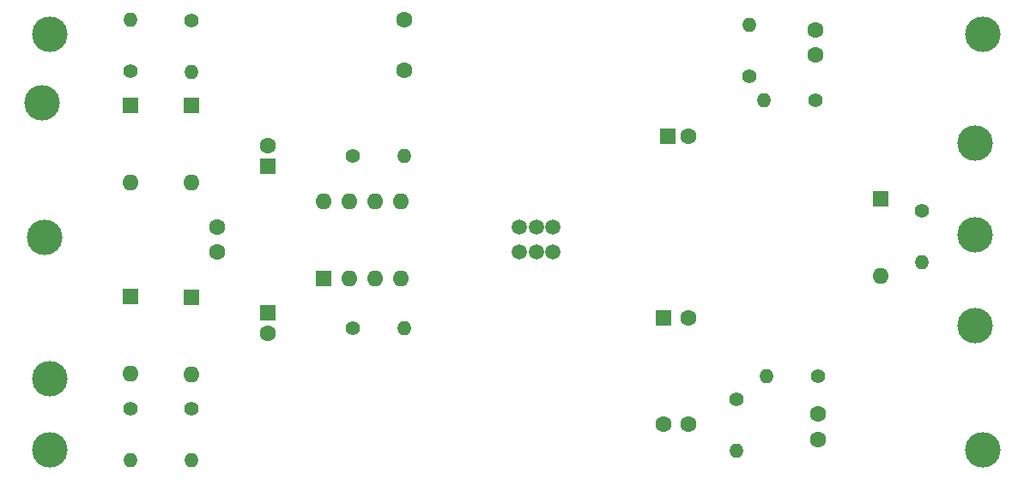
<source format=gbr>
%TF.GenerationSoftware,KiCad,Pcbnew,7.0.0-da2b9df05c~171~ubuntu22.04.1*%
%TF.CreationDate,2023-03-13T14:35:53+01:00*%
%TF.ProjectId,tht-dip,7468742d-6469-4702-9e6b-696361645f70,rev?*%
%TF.SameCoordinates,Original*%
%TF.FileFunction,Soldermask,Bot*%
%TF.FilePolarity,Negative*%
%FSLAX46Y46*%
G04 Gerber Fmt 4.6, Leading zero omitted, Abs format (unit mm)*
G04 Created by KiCad (PCBNEW 7.0.0-da2b9df05c~171~ubuntu22.04.1) date 2023-03-13 14:35:53*
%MOMM*%
%LPD*%
G01*
G04 APERTURE LIST*
%ADD10R,1.600000X1.600000*%
%ADD11C,1.600000*%
%ADD12C,1.500000*%
%ADD13O,1.600000X1.600000*%
%ADD14C,3.500000*%
%ADD15C,1.400000*%
%ADD16O,1.400000X1.400000*%
G04 APERTURE END LIST*
D10*
%TO.C,C4*%
X99499999Y-62999999D03*
D11*
X102000000Y-63000000D03*
%TD*%
D12*
%TO.C,RV1*%
X88660000Y-56500000D03*
X87000000Y-56500000D03*
X85340000Y-56500000D03*
X88660000Y-54000000D03*
X87000000Y-54000000D03*
X85340000Y-54000000D03*
%TD*%
D11*
%TO.C,C3*%
X99500000Y-73500000D03*
X102000000Y-73500000D03*
%TD*%
%TO.C,C5*%
X114500000Y-37000000D03*
X114500000Y-34500000D03*
%TD*%
%TO.C,C6*%
X114750000Y-75000000D03*
X114750000Y-72500000D03*
%TD*%
D10*
%TO.C,C7*%
X60499999Y-47999999D03*
D11*
X60500000Y-46000000D03*
%TD*%
%TO.C,C8*%
X55500000Y-56500000D03*
X55500000Y-54000000D03*
%TD*%
D10*
%TO.C,C9*%
X60499999Y-62499999D03*
D11*
X60500000Y-64500000D03*
%TD*%
D10*
%TO.C,D1*%
X120999999Y-51249999D03*
D13*
X120999999Y-58869999D03*
%TD*%
D10*
%TO.C,D2*%
X46999999Y-41999999D03*
D13*
X46999999Y-49619999D03*
%TD*%
D10*
%TO.C,D3*%
X46999999Y-60879999D03*
D13*
X46999999Y-68499999D03*
%TD*%
D10*
%TO.C,D4*%
X52999999Y-41999999D03*
D13*
X52999999Y-49619999D03*
%TD*%
D10*
%TO.C,D5*%
X52999999Y-60999999D03*
D13*
X52999999Y-68619999D03*
%TD*%
D14*
%TO.C,J1*%
X130250000Y-45750000D03*
%TD*%
%TO.C,J2*%
X130250000Y-54750000D03*
%TD*%
%TO.C,J3*%
X38250000Y-41750000D03*
%TD*%
%TO.C,J4*%
X39000000Y-69000000D03*
%TD*%
%TO.C,J5*%
X130250000Y-63750000D03*
%TD*%
%TO.C,J6*%
X38500000Y-55000000D03*
%TD*%
%TO.C,J7*%
X39000000Y-35000000D03*
%TD*%
%TO.C,J8*%
X39000000Y-76000000D03*
%TD*%
%TO.C,J9*%
X131000000Y-35000000D03*
%TD*%
%TO.C,J10*%
X131000000Y-76000000D03*
%TD*%
D15*
%TO.C,R1*%
X106750000Y-71000000D03*
D16*
X106749999Y-76079999D03*
%TD*%
D15*
%TO.C,R2*%
X53000000Y-33580000D03*
D16*
X52999999Y-38659999D03*
%TD*%
D15*
%TO.C,R3*%
X47000000Y-38580000D03*
D16*
X46999999Y-33499999D03*
%TD*%
D15*
%TO.C,R4*%
X47000000Y-72000000D03*
D16*
X46999999Y-77079999D03*
%TD*%
D15*
%TO.C,R5*%
X114500000Y-41500000D03*
D16*
X109419999Y-41499999D03*
%TD*%
D15*
%TO.C,R6*%
X125000000Y-52420000D03*
D16*
X124999999Y-57499999D03*
%TD*%
D15*
%TO.C,R7*%
X108000000Y-39080000D03*
D16*
X107999999Y-33999999D03*
%TD*%
D15*
%TO.C,R8*%
X114750000Y-68750000D03*
D16*
X109669999Y-68749999D03*
%TD*%
D15*
%TO.C,R9*%
X68920000Y-47000000D03*
D16*
X73999999Y-46999999D03*
%TD*%
D15*
%TO.C,R10*%
X53000000Y-72000000D03*
D16*
X52999999Y-77079999D03*
%TD*%
D15*
%TO.C,R11*%
X68920000Y-64000000D03*
D16*
X73999999Y-63999999D03*
%TD*%
D11*
%TO.C,C2*%
X74000000Y-38500000D03*
X74000000Y-33500000D03*
%TD*%
D10*
%TO.C,C1*%
X99999999Y-44999999D03*
D11*
X102000000Y-45000000D03*
%TD*%
D10*
%TO.C,U1*%
X65999999Y-59119999D03*
D13*
X68539999Y-59119999D03*
X71079999Y-59119999D03*
X73619999Y-59119999D03*
X73619999Y-51499999D03*
X71079999Y-51499999D03*
X68539999Y-51499999D03*
X65999999Y-51499999D03*
%TD*%
M02*

</source>
